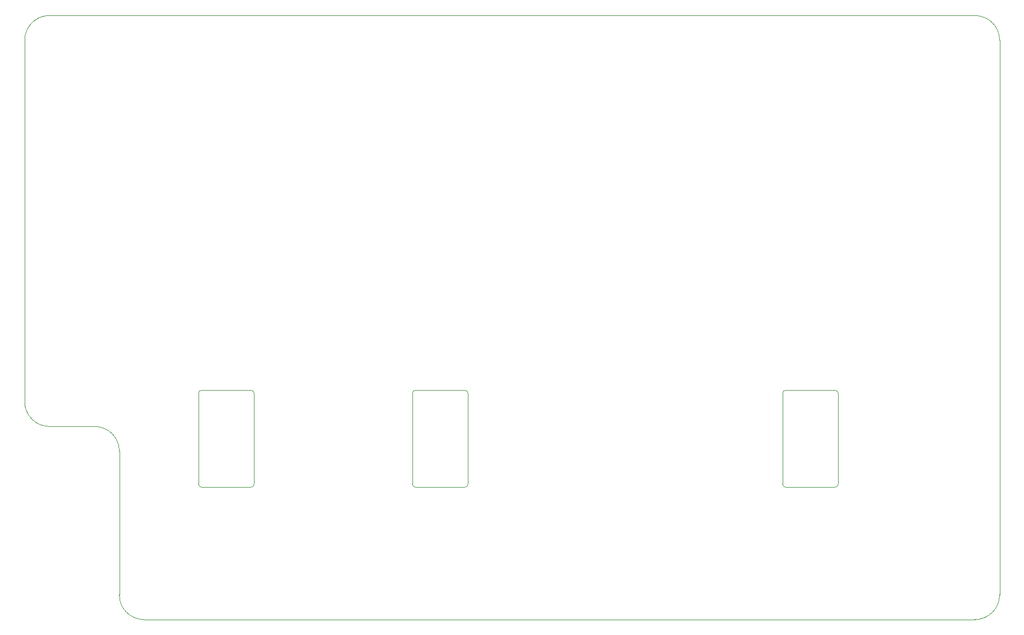
<source format=gm1>
G04 #@! TF.GenerationSoftware,KiCad,Pcbnew,(6.0.7)*
G04 #@! TF.CreationDate,2022-09-12T18:31:15+03:00*
G04 #@! TF.ProjectId,SigGen,53696747-656e-42e6-9b69-6361645f7063,rev?*
G04 #@! TF.SameCoordinates,Original*
G04 #@! TF.FileFunction,Profile,NP*
%FSLAX46Y46*%
G04 Gerber Fmt 4.6, Leading zero omitted, Abs format (unit mm)*
G04 Created by KiCad (PCBNEW (6.0.7)) date 2022-09-12 18:31:15*
%MOMM*%
%LPD*%
G01*
G04 APERTURE LIST*
G04 #@! TA.AperFunction,Profile*
%ADD10C,0.100000*%
G04 #@! TD*
G04 #@! TA.AperFunction,Profile*
%ADD11C,0.120000*%
G04 #@! TD*
G04 APERTURE END LIST*
D10*
X170180000Y-114935000D02*
X41910000Y-114935000D01*
X34290000Y-85090000D02*
X27305000Y-85090000D01*
X38100000Y-88900000D02*
G75*
G03*
X34290000Y-85090000I-3810000J0D01*
G01*
X173990000Y-25400000D02*
X173990000Y-111125000D01*
X173990000Y-25400000D02*
G75*
G03*
X170180000Y-21590000I-3810000J0D01*
G01*
X27305000Y-21590000D02*
X170180000Y-21590000D01*
X23495000Y-81280000D02*
G75*
G03*
X27305000Y-85090000I3810000J0D01*
G01*
X38100000Y-111125000D02*
X38100000Y-88900000D01*
X170180000Y-114935000D02*
G75*
G03*
X173990000Y-111125000I0J3810000D01*
G01*
X23495000Y-81280000D02*
X23495000Y-25400000D01*
X27305000Y-21590000D02*
G75*
G03*
X23495000Y-25400000I0J-3810000D01*
G01*
X38100000Y-111125000D02*
G75*
G03*
X41910000Y-114935000I3810000J0D01*
G01*
D11*
X50310000Y-93995000D02*
X50310000Y-79995000D01*
X50810000Y-79495000D02*
X58410000Y-79495000D01*
X58410000Y-94495000D02*
X50810000Y-94495000D01*
X58910000Y-79995000D02*
X58910000Y-93995000D01*
X50310000Y-93995000D02*
G75*
G03*
X50810000Y-94495000I500001J1D01*
G01*
X58910000Y-79995000D02*
G75*
G03*
X58410000Y-79495000I-500000J0D01*
G01*
X50810000Y-79495000D02*
G75*
G03*
X50310000Y-79995000I1J-500001D01*
G01*
X58410000Y-94495000D02*
G75*
G03*
X58910000Y-93995000I0J500000D01*
G01*
X148580000Y-94495000D02*
X140980000Y-94495000D01*
X140980000Y-79495000D02*
X148580000Y-79495000D01*
X140480000Y-93995000D02*
X140480000Y-79995000D01*
X149080000Y-79995000D02*
X149080000Y-93995000D01*
X148580000Y-94495000D02*
G75*
G03*
X149080000Y-93995000I0J500000D01*
G01*
X140980000Y-79495000D02*
G75*
G03*
X140480000Y-79995000I1J-500001D01*
G01*
X140480000Y-93995000D02*
G75*
G03*
X140980000Y-94495000I500001J1D01*
G01*
X149080000Y-79995000D02*
G75*
G03*
X148580000Y-79495000I-500000J0D01*
G01*
X91930000Y-79995000D02*
X91930000Y-93995000D01*
X83830000Y-79495000D02*
X91430000Y-79495000D01*
X91430000Y-94495000D02*
X83830000Y-94495000D01*
X83330000Y-93995000D02*
X83330000Y-79995000D01*
X91930000Y-79995000D02*
G75*
G03*
X91430000Y-79495000I-500000J0D01*
G01*
X83830000Y-79495000D02*
G75*
G03*
X83330000Y-79995000I1J-500001D01*
G01*
X83330000Y-93995000D02*
G75*
G03*
X83830000Y-94495000I500001J1D01*
G01*
X91430000Y-94495000D02*
G75*
G03*
X91930000Y-93995000I0J500000D01*
G01*
M02*

</source>
